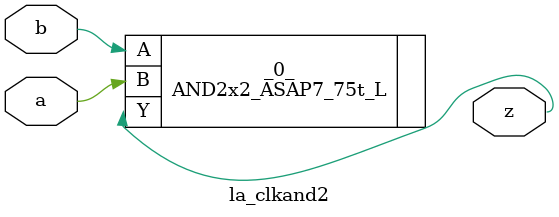
<source format=v>
/* Generated by Yosys 0.37 (git sha1 a5c7f69ed, clang 14.0.0-1ubuntu1.1 -fPIC -Os) */

module la_clkand2(a, b, z);
  input a;
  wire a;
  input b;
  wire b;
  output z;
  wire z;
  AND2x2_ASAP7_75t_L _0_ (
    .A(b),
    .B(a),
    .Y(z)
  );
endmodule

</source>
